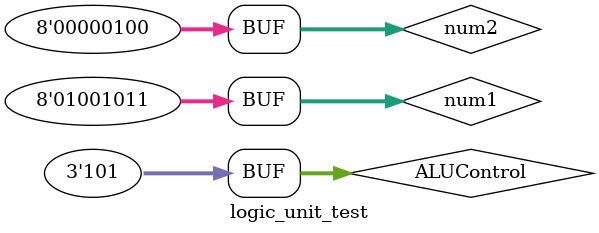
<source format=sv>
module logic_unit_test();
	logic[7:0] num1, num2, result;
	logic[2:0] ALUControl;
	


	logic_unit #(8) DUT(num1, num2, ALUControl[2:0], result);
	
	initial begin
	
		num1 = 8'b11001001;
		num2 = 8'b10100111;
		ALUControl = 3'b111;
		//#10 assert(result == 8'bz);
		ALUControl = 3'b000;
		#10 assert(result == 8'b11101111);
		ALUControl = 3'b001;
		#10 assert(result == 8'b01101110);
		ALUControl = 3'b010;
		#10 assert(result == 8'b10000001);
		ALUControl = 3'b011;
		#10 assert(result == 8'b10010011);
		ALUControl = 3'b100;
		#10 assert(result == 8'b0);
		num2 = 8'b100;
		#10 assert(result == 8'b00001100);
		ALUControl = 3'b101;
		#10 assert(result == 8'b10010000);
		
		num1 = 8'b01001011;
		num2 = 8'b00000100;
		ALUControl = 3'b111;
		//#10 assert(result == 8'bz);
		ALUControl = 3'b000;
		#10 assert(result == 8'b01001111);
		ALUControl = 3'b001;
		#10 assert(result == 8'b01001111);
		ALUControl = 3'b010;
		#10 assert(result == 8'b00000000);
		ALUControl = 3'b011;
		#10 assert(result == 8'b10110100);
		ALUControl = 3'b100;
		#10 assert(result == 8'b00000100);
		ALUControl = 3'b101;
		#10 assert(result == 8'b10110000);
	
	end
	
endmodule 
</source>
